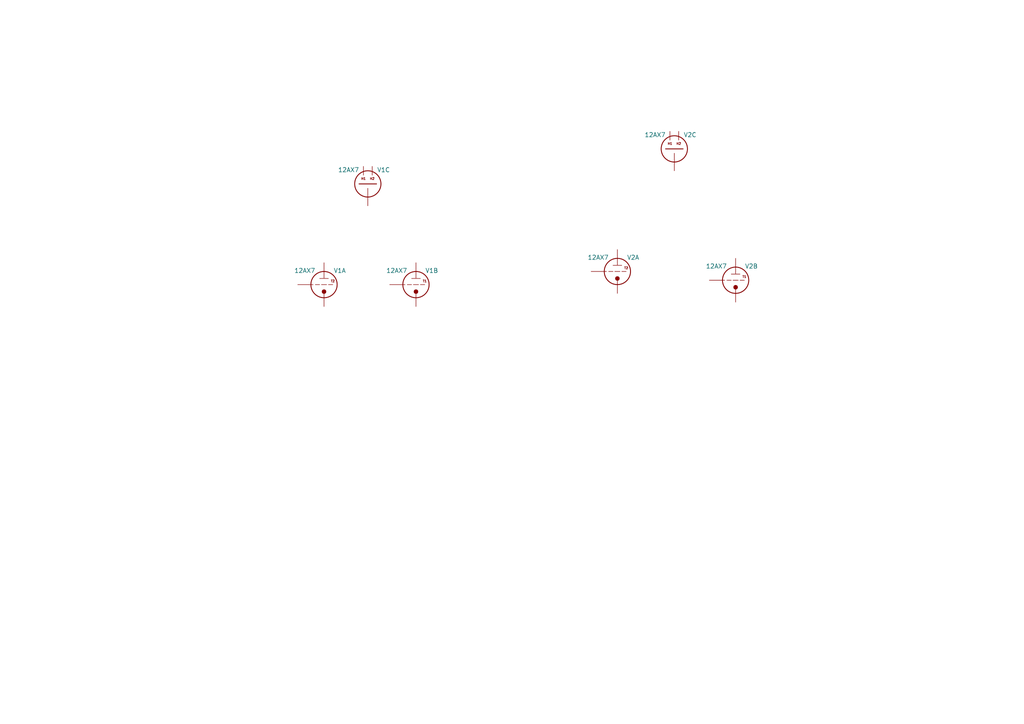
<source format=kicad_sch>
(kicad_sch
	(version 20250114)
	(generator "eeschema")
	(generator_version "9.0")
	(uuid "17b95469-cef5-44f8-99e7-8df60ce8ca43")
	(paper "A4")
	(lib_symbols
		(symbol "wb50_symbols:WB50_12AX7"
			(pin_numbers
				(hide yes)
			)
			(pin_names
				(offset 1.016)
				(hide yes)
			)
			(exclude_from_sim no)
			(in_bom yes)
			(on_board yes)
			(property "Reference" "V"
				(at 4.572 4.064 0)
				(do_not_autoplace)
				(effects
					(font
						(size 1.27 1.27)
					)
				)
			)
			(property "Value" "12AX7"
				(at -5.588 4.064 0)
				(do_not_autoplace)
				(effects
					(font
						(size 1.27 1.27)
					)
				)
			)
			(property "Footprint" "wb50_footprints:WB50_Socket_Noval_9Pin_D21.0mm_Hole1.8mm"
				(at -1.016 0.254 0)
				(effects
					(font
						(size 1.27 1.27)
					)
					(hide yes)
				)
			)
			(property "Datasheet" "https://www.jj-electronic.de/images/stories/product/tubes/pdf/ecc83s.pdf"
				(at 0.254 0.254 0)
				(effects
					(font
						(size 1.27 1.27)
					)
					(hide yes)
				)
			)
			(property "Description" "Doppeltriode, High-µ-Triode für Vorverstärker"
				(at -1.778 0 0)
				(effects
					(font
						(size 1.27 1.27)
					)
					(hide yes)
				)
			)
			(property "ki_locked" ""
				(at 0 0 0)
				(effects
					(font
						(size 1.27 1.27)
					)
				)
			)
			(property "ki_keywords" "tube valve röhre audio vakuum vacuum ecc83 12ax7"
				(at 0 0 0)
				(effects
					(font
						(size 1.27 1.27)
					)
					(hide yes)
				)
			)
			(property "ki_fp_filters" "*Noval*9*"
				(at 0 0 0)
				(effects
					(font
						(size 1.27 1.27)
					)
					(hide yes)
				)
			)
			(symbol "WB50_12AX7_0_1"
				(circle
					(center 0 0)
					(radius 3.81)
					(stroke
						(width 0.254)
						(type default)
					)
					(fill
						(type none)
					)
				)
			)
			(symbol "WB50_12AX7_1_1"
				(polyline
					(pts
						(xy -3.81 0) (xy -3.175 0)
					)
					(stroke
						(width 0)
						(type default)
					)
					(fill
						(type none)
					)
				)
				(polyline
					(pts
						(xy -2.54 0) (xy -1.27 0)
					)
					(stroke
						(width 0)
						(type default)
					)
					(fill
						(type none)
					)
				)
				(polyline
					(pts
						(xy -1.27 1.778) (xy 1.27 1.778)
					)
					(stroke
						(width 0)
						(type default)
					)
					(fill
						(type none)
					)
				)
				(polyline
					(pts
						(xy -0.762 0) (xy 0.762 0)
					)
					(stroke
						(width 0)
						(type default)
					)
					(fill
						(type none)
					)
				)
				(polyline
					(pts
						(xy 0 1.905) (xy 0 3.81)
					)
					(stroke
						(width 0)
						(type default)
					)
					(fill
						(type none)
					)
				)
				(circle
					(center 0 -2.032)
					(radius 0.568)
					(stroke
						(width 0)
						(type default)
					)
					(fill
						(type outline)
					)
				)
				(polyline
					(pts
						(xy 0 -2.54) (xy 0 -3.81)
					)
					(stroke
						(width 0)
						(type default)
					)
					(fill
						(type none)
					)
				)
				(polyline
					(pts
						(xy 1.27 0) (xy 2.54 0)
					)
					(stroke
						(width 0)
						(type default)
					)
					(fill
						(type none)
					)
				)
				(text "T2"
					(at 2.54 1.016 0)
					(effects
						(font
							(size 0.635 0.635)
						)
					)
				)
				(pin passive line
					(at -7.62 0 0)
					(length 3.81)
					(name "G"
						(effects
							(font
								(size 1.27 1.27)
							)
						)
					)
					(number "2"
						(effects
							(font
								(size 1.27 1.27)
							)
						)
					)
				)
				(pin passive line
					(at 0 6.35 270)
					(length 2.54)
					(name "A/P"
						(effects
							(font
								(size 1.27 1.27)
							)
						)
					)
					(number "1"
						(effects
							(font
								(size 1.27 1.27)
							)
						)
					)
				)
				(pin passive line
					(at 0 -6.35 90)
					(length 2.54)
					(name "C/K"
						(effects
							(font
								(size 1.27 1.27)
							)
						)
					)
					(number "3"
						(effects
							(font
								(size 1.27 1.27)
							)
						)
					)
				)
			)
			(symbol "WB50_12AX7_2_1"
				(polyline
					(pts
						(xy -3.81 0) (xy -3.175 0)
					)
					(stroke
						(width 0)
						(type default)
					)
					(fill
						(type none)
					)
				)
				(polyline
					(pts
						(xy -2.54 0) (xy -1.27 0)
					)
					(stroke
						(width 0)
						(type default)
					)
					(fill
						(type none)
					)
				)
				(polyline
					(pts
						(xy -1.27 1.778) (xy 1.27 1.778)
					)
					(stroke
						(width 0)
						(type default)
					)
					(fill
						(type none)
					)
				)
				(polyline
					(pts
						(xy -0.762 0) (xy 0.762 0)
					)
					(stroke
						(width 0)
						(type default)
					)
					(fill
						(type none)
					)
				)
				(polyline
					(pts
						(xy 0 1.905) (xy 0 3.81)
					)
					(stroke
						(width 0)
						(type default)
					)
					(fill
						(type none)
					)
				)
				(circle
					(center 0 -2.032)
					(radius 0.568)
					(stroke
						(width 0)
						(type default)
					)
					(fill
						(type outline)
					)
				)
				(polyline
					(pts
						(xy 0 -2.54) (xy 0 -3.81)
					)
					(stroke
						(width 0)
						(type default)
					)
					(fill
						(type none)
					)
				)
				(polyline
					(pts
						(xy 1.27 0) (xy 2.54 0)
					)
					(stroke
						(width 0)
						(type default)
					)
					(fill
						(type none)
					)
				)
				(text "T1\n"
					(at 2.54 1.016 0)
					(effects
						(font
							(size 0.635 0.635)
						)
					)
				)
				(pin passive line
					(at -7.62 0 0)
					(length 3.81)
					(name "G"
						(effects
							(font
								(size 1.27 1.27)
							)
						)
					)
					(number "7"
						(effects
							(font
								(size 1.27 1.27)
							)
						)
					)
				)
				(pin passive line
					(at 0 6.35 270)
					(length 2.54)
					(name "A/P"
						(effects
							(font
								(size 1.27 1.27)
							)
						)
					)
					(number "6"
						(effects
							(font
								(size 1.27 1.27)
							)
						)
					)
				)
				(pin passive line
					(at 0 -6.35 90)
					(length 2.54)
					(name "C/K"
						(effects
							(font
								(size 1.27 1.27)
							)
						)
					)
					(number "8"
						(effects
							(font
								(size 1.27 1.27)
							)
						)
					)
				)
			)
			(symbol "WB50_12AX7_3_1"
				(polyline
					(pts
						(xy -2.54 0) (xy 2.54 0)
					)
					(stroke
						(width 0.254)
						(type default)
					)
					(fill
						(type none)
					)
				)
				(text "H1"
					(at -1.27 1.524 0)
					(effects
						(font
							(size 0.635 0.635)
						)
					)
				)
				(text "H2"
					(at 1.27 1.524 0)
					(effects
						(font
							(size 0.635 0.635)
						)
					)
				)
				(pin passive line
					(at -1.27 5.08 270)
					(length 2.54)
					(name "H2"
						(effects
							(font
								(size 1.27 1.27)
							)
						)
					)
					(number "5"
						(effects
							(font
								(size 1.27 1.27)
							)
						)
					)
				)
				(pin passive line
					(at 0 -6.35 90)
					(length 5.08)
					(name "CT"
						(effects
							(font
								(size 1.27 1.27)
							)
						)
					)
					(number "9"
						(effects
							(font
								(size 1.27 1.27)
							)
						)
					)
				)
				(pin passive line
					(at 1.27 5.08 270)
					(length 2.54)
					(name "H1"
						(effects
							(font
								(size 1.27 1.27)
							)
						)
					)
					(number "4"
						(effects
							(font
								(size 1.27 1.27)
							)
						)
					)
				)
			)
			(embedded_fonts no)
		)
	)
	(symbol
		(lib_id "wb50_symbols:WB50_12AX7")
		(at 120.65 82.55 0)
		(unit 2)
		(exclude_from_sim no)
		(in_bom yes)
		(on_board yes)
		(dnp no)
		(fields_autoplaced yes)
		(uuid "03190515-f076-437a-aba2-6397e9aaaa40")
		(property "Reference" "V1"
			(at 125.222 78.486 0)
			(do_not_autoplace yes)
			(effects
				(font
					(size 1.27 1.27)
				)
			)
		)
		(property "Value" "12AX7"
			(at 115.062 78.486 0)
			(do_not_autoplace yes)
			(effects
				(font
					(size 1.27 1.27)
				)
			)
		)
		(property "Footprint" "wb50_footprints:WB50_Socket_Noval_9Pin_D21.0mm_Hole1.8mm"
			(at 119.634 82.296 0)
			(effects
				(font
					(size 1.27 1.27)
				)
				(hide yes)
			)
		)
		(property "Datasheet" "https://www.jj-electronic.de/images/stories/product/tubes/pdf/ecc83s.pdf"
			(at 120.904 82.296 0)
			(effects
				(font
					(size 1.27 1.27)
				)
				(hide yes)
			)
		)
		(property "Description" "Doppeltriode, High-µ-Triode für Vorverstärker"
			(at 118.872 82.55 0)
			(effects
				(font
					(size 1.27 1.27)
				)
				(hide yes)
			)
		)
		(pin "7"
			(uuid "ae15d01d-422e-4251-95be-2f45f27e8768")
		)
		(pin "2"
			(uuid "2b9e3779-1990-4379-88c0-437d1b609a44")
		)
		(pin "1"
			(uuid "56d24e99-be11-46cf-8da8-d868fc69294a")
		)
		(pin "3"
			(uuid "439d6161-a228-4dd8-98cd-14dd1f9ef6bf")
		)
		(pin "6"
			(uuid "5a89345e-1cad-4ab4-a237-8297e5b60213")
		)
		(pin "9"
			(uuid "8140a579-8a0d-4196-a25d-f033e92d47cc")
		)
		(pin "5"
			(uuid "3da77b7b-e935-4a44-a128-830bc5e70c9e")
		)
		(pin "4"
			(uuid "692176cb-3f2c-4af4-bc22-79729ce3b5a2")
		)
		(pin "8"
			(uuid "f9b1e48f-f5ee-40f5-ac23-22ef5f82ce1e")
		)
		(instances
			(project ""
				(path "/6805e3ef-87bd-473d-890f-05ae2da73c1a/f1b5402f-417b-4ade-9709-94213592078e"
					(reference "V1")
					(unit 2)
				)
			)
		)
	)
	(symbol
		(lib_id "wb50_symbols:WB50_12AX7")
		(at 179.07 78.74 0)
		(unit 1)
		(exclude_from_sim no)
		(in_bom yes)
		(on_board yes)
		(dnp no)
		(fields_autoplaced yes)
		(uuid "2aaabd40-3927-45ac-a6a0-8bd0252c6c38")
		(property "Reference" "V2"
			(at 183.642 74.676 0)
			(do_not_autoplace yes)
			(effects
				(font
					(size 1.27 1.27)
				)
			)
		)
		(property "Value" "12AX7"
			(at 173.482 74.676 0)
			(do_not_autoplace yes)
			(effects
				(font
					(size 1.27 1.27)
				)
			)
		)
		(property "Footprint" "wb50_footprints:WB50_Socket_Noval_9Pin_D21.0mm_Hole1.8mm"
			(at 178.054 78.486 0)
			(effects
				(font
					(size 1.27 1.27)
				)
				(hide yes)
			)
		)
		(property "Datasheet" "https://www.jj-electronic.de/images/stories/product/tubes/pdf/ecc83s.pdf"
			(at 179.324 78.486 0)
			(effects
				(font
					(size 1.27 1.27)
				)
				(hide yes)
			)
		)
		(property "Description" "Doppeltriode, High-µ-Triode für Vorverstärker"
			(at 177.292 78.74 0)
			(effects
				(font
					(size 1.27 1.27)
				)
				(hide yes)
			)
		)
		(pin "2"
			(uuid "fbd5ca44-2c29-4d30-8c14-14345335ceb6")
		)
		(pin "1"
			(uuid "40ddd188-a283-4dd7-a5e8-3e4bbeb9f900")
		)
		(pin "6"
			(uuid "1a6790cd-2f51-4e40-8dfc-e3dfeb278cce")
		)
		(pin "8"
			(uuid "2e43fe21-eb6d-485b-80a6-228a1a1e1dba")
		)
		(pin "5"
			(uuid "d9331831-6b41-433f-b37f-8a88062b3052")
		)
		(pin "3"
			(uuid "aa8c8003-6fc8-445c-a750-0ce4146ee3bf")
		)
		(pin "7"
			(uuid "8a5f9d02-d59a-4b46-9801-b0cbc26b0c45")
		)
		(pin "9"
			(uuid "e127987b-6055-4fcf-8fed-95e631ba7a92")
		)
		(pin "4"
			(uuid "9093bbf2-7834-47ea-9e93-d551c285896a")
		)
		(instances
			(project ""
				(path "/6805e3ef-87bd-473d-890f-05ae2da73c1a/f1b5402f-417b-4ade-9709-94213592078e"
					(reference "V2")
					(unit 1)
				)
			)
		)
	)
	(symbol
		(lib_id "wb50_symbols:WB50_12AX7")
		(at 106.68 53.34 0)
		(unit 3)
		(exclude_from_sim no)
		(in_bom yes)
		(on_board yes)
		(dnp no)
		(fields_autoplaced yes)
		(uuid "773982a1-02d1-4efd-84d9-65146b2e9b46")
		(property "Reference" "V1"
			(at 111.252 49.276 0)
			(do_not_autoplace yes)
			(effects
				(font
					(size 1.27 1.27)
				)
			)
		)
		(property "Value" "12AX7"
			(at 101.092 49.276 0)
			(do_not_autoplace yes)
			(effects
				(font
					(size 1.27 1.27)
				)
			)
		)
		(property "Footprint" "wb50_footprints:WB50_Socket_Noval_9Pin_D21.0mm_Hole1.8mm"
			(at 105.664 53.086 0)
			(effects
				(font
					(size 1.27 1.27)
				)
				(hide yes)
			)
		)
		(property "Datasheet" "https://www.jj-electronic.de/images/stories/product/tubes/pdf/ecc83s.pdf"
			(at 106.934 53.086 0)
			(effects
				(font
					(size 1.27 1.27)
				)
				(hide yes)
			)
		)
		(property "Description" "Doppeltriode, High-µ-Triode für Vorverstärker"
			(at 104.902 53.34 0)
			(effects
				(font
					(size 1.27 1.27)
				)
				(hide yes)
			)
		)
		(pin "7"
			(uuid "ae15d01d-422e-4251-95be-2f45f27e8769")
		)
		(pin "2"
			(uuid "2b9e3779-1990-4379-88c0-437d1b609a45")
		)
		(pin "1"
			(uuid "56d24e99-be11-46cf-8da8-d868fc69294b")
		)
		(pin "3"
			(uuid "439d6161-a228-4dd8-98cd-14dd1f9ef6c0")
		)
		(pin "6"
			(uuid "5a89345e-1cad-4ab4-a237-8297e5b60214")
		)
		(pin "9"
			(uuid "8140a579-8a0d-4196-a25d-f033e92d47cd")
		)
		(pin "5"
			(uuid "3da77b7b-e935-4a44-a128-830bc5e70c9f")
		)
		(pin "4"
			(uuid "692176cb-3f2c-4af4-bc22-79729ce3b5a3")
		)
		(pin "8"
			(uuid "f9b1e48f-f5ee-40f5-ac23-22ef5f82ce1f")
		)
		(instances
			(project ""
				(path "/6805e3ef-87bd-473d-890f-05ae2da73c1a/f1b5402f-417b-4ade-9709-94213592078e"
					(reference "V1")
					(unit 3)
				)
			)
		)
	)
	(symbol
		(lib_id "wb50_symbols:WB50_12AX7")
		(at 93.98 82.55 0)
		(unit 1)
		(exclude_from_sim no)
		(in_bom yes)
		(on_board yes)
		(dnp no)
		(fields_autoplaced yes)
		(uuid "ae922a60-50b0-453f-a945-74d874fabe6f")
		(property "Reference" "V1"
			(at 98.552 78.486 0)
			(do_not_autoplace yes)
			(effects
				(font
					(size 1.27 1.27)
				)
			)
		)
		(property "Value" "12AX7"
			(at 88.392 78.486 0)
			(do_not_autoplace yes)
			(effects
				(font
					(size 1.27 1.27)
				)
			)
		)
		(property "Footprint" "wb50_footprints:WB50_Socket_Noval_9Pin_D21.0mm_Hole1.8mm"
			(at 92.964 82.296 0)
			(effects
				(font
					(size 1.27 1.27)
				)
				(hide yes)
			)
		)
		(property "Datasheet" "https://www.jj-electronic.de/images/stories/product/tubes/pdf/ecc83s.pdf"
			(at 94.234 82.296 0)
			(effects
				(font
					(size 1.27 1.27)
				)
				(hide yes)
			)
		)
		(property "Description" "Doppeltriode, High-µ-Triode für Vorverstärker"
			(at 92.202 82.55 0)
			(effects
				(font
					(size 1.27 1.27)
				)
				(hide yes)
			)
		)
		(pin "7"
			(uuid "ae15d01d-422e-4251-95be-2f45f27e876a")
		)
		(pin "2"
			(uuid "2b9e3779-1990-4379-88c0-437d1b609a46")
		)
		(pin "1"
			(uuid "56d24e99-be11-46cf-8da8-d868fc69294c")
		)
		(pin "3"
			(uuid "439d6161-a228-4dd8-98cd-14dd1f9ef6c1")
		)
		(pin "6"
			(uuid "5a89345e-1cad-4ab4-a237-8297e5b60215")
		)
		(pin "9"
			(uuid "8140a579-8a0d-4196-a25d-f033e92d47ce")
		)
		(pin "5"
			(uuid "3da77b7b-e935-4a44-a128-830bc5e70ca0")
		)
		(pin "4"
			(uuid "692176cb-3f2c-4af4-bc22-79729ce3b5a4")
		)
		(pin "8"
			(uuid "f9b1e48f-f5ee-40f5-ac23-22ef5f82ce20")
		)
		(instances
			(project ""
				(path "/6805e3ef-87bd-473d-890f-05ae2da73c1a/f1b5402f-417b-4ade-9709-94213592078e"
					(reference "V1")
					(unit 1)
				)
			)
		)
	)
	(symbol
		(lib_id "wb50_symbols:WB50_12AX7")
		(at 213.36 81.28 0)
		(unit 2)
		(exclude_from_sim no)
		(in_bom yes)
		(on_board yes)
		(dnp no)
		(fields_autoplaced yes)
		(uuid "d0562ac0-a40d-4c48-a8d4-429241c0f2d8")
		(property "Reference" "V2"
			(at 217.932 77.216 0)
			(do_not_autoplace yes)
			(effects
				(font
					(size 1.27 1.27)
				)
			)
		)
		(property "Value" "12AX7"
			(at 207.772 77.216 0)
			(do_not_autoplace yes)
			(effects
				(font
					(size 1.27 1.27)
				)
			)
		)
		(property "Footprint" "wb50_footprints:WB50_Socket_Noval_9Pin_D21.0mm_Hole1.8mm"
			(at 212.344 81.026 0)
			(effects
				(font
					(size 1.27 1.27)
				)
				(hide yes)
			)
		)
		(property "Datasheet" "https://www.jj-electronic.de/images/stories/product/tubes/pdf/ecc83s.pdf"
			(at 213.614 81.026 0)
			(effects
				(font
					(size 1.27 1.27)
				)
				(hide yes)
			)
		)
		(property "Description" "Doppeltriode, High-µ-Triode für Vorverstärker"
			(at 211.582 81.28 0)
			(effects
				(font
					(size 1.27 1.27)
				)
				(hide yes)
			)
		)
		(pin "2"
			(uuid "fbd5ca44-2c29-4d30-8c14-14345335ceb7")
		)
		(pin "1"
			(uuid "40ddd188-a283-4dd7-a5e8-3e4bbeb9f901")
		)
		(pin "6"
			(uuid "1a6790cd-2f51-4e40-8dfc-e3dfeb278ccf")
		)
		(pin "8"
			(uuid "2e43fe21-eb6d-485b-80a6-228a1a1e1dbb")
		)
		(pin "5"
			(uuid "d9331831-6b41-433f-b37f-8a88062b3053")
		)
		(pin "3"
			(uuid "aa8c8003-6fc8-445c-a750-0ce4146ee3c0")
		)
		(pin "7"
			(uuid "8a5f9d02-d59a-4b46-9801-b0cbc26b0c46")
		)
		(pin "9"
			(uuid "e127987b-6055-4fcf-8fed-95e631ba7a93")
		)
		(pin "4"
			(uuid "9093bbf2-7834-47ea-9e93-d551c285896b")
		)
		(instances
			(project ""
				(path "/6805e3ef-87bd-473d-890f-05ae2da73c1a/f1b5402f-417b-4ade-9709-94213592078e"
					(reference "V2")
					(unit 2)
				)
			)
		)
	)
	(symbol
		(lib_id "wb50_symbols:WB50_12AX7")
		(at 195.58 43.18 0)
		(unit 3)
		(exclude_from_sim no)
		(in_bom yes)
		(on_board yes)
		(dnp no)
		(fields_autoplaced yes)
		(uuid "f2904663-89e7-45ed-b933-70ab3988615a")
		(property "Reference" "V2"
			(at 200.152 39.116 0)
			(do_not_autoplace yes)
			(effects
				(font
					(size 1.27 1.27)
				)
			)
		)
		(property "Value" "12AX7"
			(at 189.992 39.116 0)
			(do_not_autoplace yes)
			(effects
				(font
					(size 1.27 1.27)
				)
			)
		)
		(property "Footprint" "wb50_footprints:WB50_Socket_Noval_9Pin_D21.0mm_Hole1.8mm"
			(at 194.564 42.926 0)
			(effects
				(font
					(size 1.27 1.27)
				)
				(hide yes)
			)
		)
		(property "Datasheet" "https://www.jj-electronic.de/images/stories/product/tubes/pdf/ecc83s.pdf"
			(at 195.834 42.926 0)
			(effects
				(font
					(size 1.27 1.27)
				)
				(hide yes)
			)
		)
		(property "Description" "Doppeltriode, High-µ-Triode für Vorverstärker"
			(at 193.802 43.18 0)
			(effects
				(font
					(size 1.27 1.27)
				)
				(hide yes)
			)
		)
		(pin "2"
			(uuid "fbd5ca44-2c29-4d30-8c14-14345335ceb8")
		)
		(pin "1"
			(uuid "40ddd188-a283-4dd7-a5e8-3e4bbeb9f902")
		)
		(pin "6"
			(uuid "1a6790cd-2f51-4e40-8dfc-e3dfeb278cd0")
		)
		(pin "8"
			(uuid "2e43fe21-eb6d-485b-80a6-228a1a1e1dbc")
		)
		(pin "5"
			(uuid "d9331831-6b41-433f-b37f-8a88062b3054")
		)
		(pin "3"
			(uuid "aa8c8003-6fc8-445c-a750-0ce4146ee3c1")
		)
		(pin "7"
			(uuid "8a5f9d02-d59a-4b46-9801-b0cbc26b0c47")
		)
		(pin "9"
			(uuid "e127987b-6055-4fcf-8fed-95e631ba7a94")
		)
		(pin "4"
			(uuid "9093bbf2-7834-47ea-9e93-d551c285896c")
		)
		(instances
			(project ""
				(path "/6805e3ef-87bd-473d-890f-05ae2da73c1a/f1b5402f-417b-4ade-9709-94213592078e"
					(reference "V2")
					(unit 3)
				)
			)
		)
	)
)

</source>
